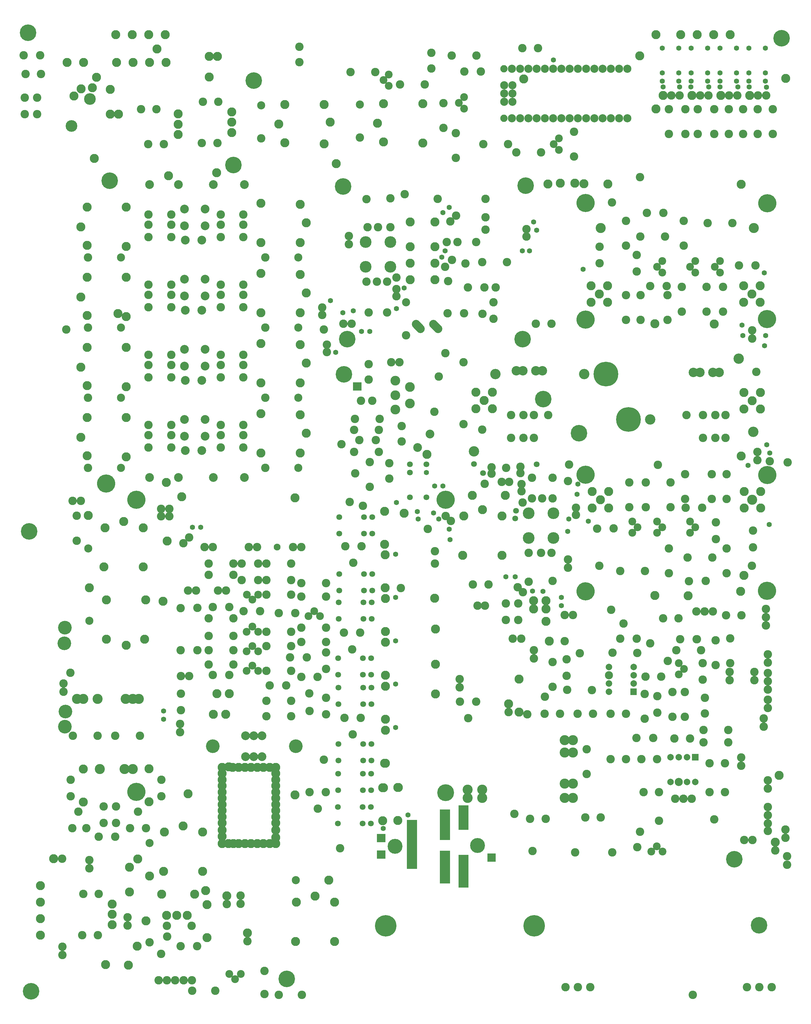
<source format=gbr>
%FSLAX34Y34*%
%MOMM*%
%LNSOLDERMASK_TOP*%
G71*
G01*
%ADD10C,2.600*%
%ADD11C,2.400*%
%ADD12C,2.800*%
%ADD13C,2.600*%
%ADD14C,5.100*%
%ADD15C,1.600*%
%ADD16C,3.100*%
%ADD17C,7.600*%
%ADD18C,3.200*%
%ADD19C,2.900*%
%ADD20C,2.600*%
%ADD21C,2.600*%
%ADD22C,2.400*%
%ADD23C,2.500*%
%ADD24C,2.600*%
%ADD25C,3.600*%
%ADD26C,2.800*%
%ADD27C,3.000*%
%ADD28C,1.800*%
%ADD29C,1.600*%
%ADD30C,2.000*%
%ADD31C,2.500*%
%ADD32C,2.700*%
%ADD33C,2.700*%
%ADD34C,2.800*%
%ADD35C,4.200*%
%ADD36C,2.700*%
%ADD37C,2.800*%
%ADD38C,2.100*%
%ADD39C,1.600*%
%ADD40C,6.600*%
%ADD41C,4.200*%
%ADD42C,4.600*%
%ADD43C,5.600*%
%ADD44C,2.500*%
%ADD45C,2.250*%
%ADD46C,5.200*%
%LPD*%
X499372Y612809D02*
G54D10*
D03*
X499422Y689059D02*
G54D10*
D03*
X418378Y609409D02*
G54D10*
D03*
X418491Y558428D02*
G54D10*
D03*
X532678Y584009D02*
G54D10*
D03*
X532790Y533028D02*
G54D10*
D03*
X499388Y384209D02*
G54D10*
D03*
X499438Y460459D02*
G54D10*
D03*
X620109Y640823D02*
G54D10*
D03*
X543859Y640873D02*
G54D10*
D03*
X545068Y460459D02*
G54D10*
D03*
X545018Y384209D02*
G54D10*
D03*
X677171Y612808D02*
G54D10*
D03*
X677221Y689058D02*
G54D10*
D03*
X574503Y488293D02*
G54D10*
D03*
X672068Y485859D02*
G54D10*
D03*
X672018Y409609D02*
G54D10*
D03*
X748268Y485859D02*
G54D10*
D03*
X748218Y409609D02*
G54D10*
D03*
X799068Y485859D02*
G54D10*
D03*
X799018Y409609D02*
G54D10*
D03*
X898539Y551904D02*
G54D10*
D03*
X847558Y551791D02*
G54D10*
D03*
X827084Y682627D02*
G54D10*
D03*
X750834Y682677D02*
G54D10*
D03*
X611743Y565234D02*
G54D11*
D03*
X595843Y547659D02*
G54D11*
D03*
X611777Y530043D02*
G54D11*
D03*
X713343Y565234D02*
G54D11*
D03*
X697443Y547659D02*
G54D11*
D03*
X713377Y530043D02*
G54D11*
D03*
X789542Y565234D02*
G54D11*
D03*
X773642Y547659D02*
G54D11*
D03*
X789578Y530043D02*
G54D11*
D03*
X392643Y489134D02*
G54D12*
D03*
X443443Y489134D02*
G54D12*
D03*
X418043Y463734D02*
G54D12*
D03*
X443443Y438334D02*
G54D12*
D03*
X392643Y438334D02*
G54D12*
D03*
X862542Y489134D02*
G54D12*
D03*
X913342Y489134D02*
G54D12*
D03*
X887942Y463734D02*
G54D12*
D03*
X913342Y438334D02*
G54D12*
D03*
X862542Y438334D02*
G54D12*
D03*
X564069Y713443D02*
G54D10*
D03*
X615049Y713556D02*
G54D10*
D03*
X499388Y384209D02*
G54D13*
D03*
X374966Y743828D02*
G54D14*
D03*
X625303Y488293D02*
G54D10*
D03*
X627618Y460459D02*
G54D10*
D03*
X627568Y384209D02*
G54D10*
D03*
X456618Y745609D02*
G54D10*
D03*
X367843Y539834D02*
G54D15*
D03*
X545018Y384209D02*
G54D13*
D03*
X627568Y384209D02*
G54D13*
D03*
X672018Y409609D02*
G54D13*
D03*
X748218Y409609D02*
G54D13*
D03*
X934799Y743034D02*
G54D14*
D03*
X374966Y385052D02*
G54D14*
D03*
X934164Y386640D02*
G54D14*
D03*
X424993Y666834D02*
G54D15*
D03*
X421817Y666834D02*
G54D16*
D03*
X893542Y666834D02*
G54D16*
D03*
X507593Y77593D02*
G54D17*
D03*
X437743Y217294D02*
G54D17*
D03*
X371068Y217293D02*
G54D18*
D03*
X574268Y77593D02*
G54D18*
D03*
X162193Y227393D02*
G54D19*
D03*
X242193Y227393D02*
G54D20*
D03*
X707193Y222393D02*
G54D20*
D03*
X787193Y222393D02*
G54D20*
D03*
X242193Y227393D02*
G54D19*
D03*
X707193Y222393D02*
G54D19*
D03*
X787193Y222393D02*
G54D12*
D03*
X182193Y227393D02*
G54D19*
D03*
X222193Y227393D02*
G54D19*
D03*
X727193Y222394D02*
G54D19*
D03*
X767193Y222393D02*
G54D19*
D03*
X37768Y111063D02*
G54D12*
D03*
X37768Y161863D02*
G54D12*
D03*
X63168Y136463D02*
G54D12*
D03*
X88568Y161864D02*
G54D12*
D03*
X88568Y111063D02*
G54D12*
D03*
X37768Y109793D02*
G54D21*
D03*
X88568Y109793D02*
G54D13*
D03*
X863268Y109793D02*
G54D12*
D03*
X863268Y160593D02*
G54D12*
D03*
X888668Y135193D02*
G54D12*
D03*
X914068Y160593D02*
G54D12*
D03*
X914068Y109793D02*
G54D12*
D03*
X863268Y109793D02*
G54D21*
D03*
X914068Y109793D02*
G54D13*
D03*
X736726Y21156D02*
G54D10*
D03*
X736726Y91006D02*
G54D10*
D03*
X806576Y21156D02*
G54D10*
D03*
X806576Y91006D02*
G54D10*
D03*
X774826Y91006D02*
G54D10*
D03*
X774826Y21156D02*
G54D10*
D03*
X806576Y21156D02*
G54D13*
D03*
X806576Y91006D02*
G54D13*
D03*
X146175Y21156D02*
G54D10*
D03*
X146175Y91006D02*
G54D10*
D03*
X216025Y21156D02*
G54D10*
D03*
X216026Y91006D02*
G54D10*
D03*
X184275Y91006D02*
G54D10*
D03*
X184275Y21156D02*
G54D10*
D03*
X216026Y21156D02*
G54D13*
D03*
X216026Y91006D02*
G54D13*
D03*
X787193Y222393D02*
G54D19*
D03*
X260476Y91006D02*
G54D21*
D03*
X685926Y91006D02*
G54D21*
D03*
X901468Y224118D02*
G54D21*
D03*
X56918Y46318D02*
G54D21*
D03*
X37768Y160593D02*
G54D13*
D03*
X88568Y160594D02*
G54D13*
D03*
X863268Y160593D02*
G54D13*
D03*
X914068Y160593D02*
G54D13*
D03*
X914068Y109793D02*
G54D13*
D03*
X374966Y-92785D02*
G54D14*
D03*
X934799Y-93578D02*
G54D14*
D03*
X374966Y-451560D02*
G54D14*
D03*
X934164Y-449972D02*
G54D14*
D03*
X888542Y-169778D02*
G54D16*
D03*
X-302057Y547294D02*
G54D22*
D03*
X-225858Y547294D02*
G54D22*
D03*
X-225857Y623494D02*
G54D22*
D03*
X-302057Y623494D02*
G54D22*
D03*
X-225945Y758517D02*
G54D10*
D03*
X-225945Y669617D02*
G54D10*
D03*
X-264045Y669617D02*
G54D10*
D03*
X-295795Y669617D02*
G54D10*
D03*
X-235588Y406727D02*
G54D10*
D03*
X-299088Y501977D02*
G54D10*
D03*
X-267338Y501977D02*
G54D10*
D03*
X-235588Y501977D02*
G54D10*
D03*
X-207106Y514266D02*
G54D10*
D03*
X-299088Y755977D02*
G54D10*
D03*
X-181495Y771217D02*
G54D10*
D03*
X-19067Y623528D02*
G54D10*
D03*
X38083Y623528D02*
G54D10*
D03*
X66783Y699728D02*
G54D10*
D03*
X66783Y756878D02*
G54D10*
D03*
X5733Y557904D02*
G54D10*
D03*
X-48219Y504022D02*
G54D10*
D03*
X5733Y557904D02*
G54D13*
D03*
X133508Y561956D02*
G54D10*
D03*
X57259Y562006D02*
G54D10*
D03*
X133508Y561956D02*
G54D13*
D03*
X12683Y483828D02*
G54D10*
D03*
X63483Y483828D02*
G54D10*
D03*
X63483Y483828D02*
G54D10*
D03*
X92090Y387722D02*
G54D10*
D03*
X91978Y438702D02*
G54D10*
D03*
X92090Y387722D02*
G54D10*
D03*
X66783Y661628D02*
G54D10*
D03*
X98533Y483828D02*
G54D10*
D03*
X-52087Y623528D02*
G54D10*
D03*
X-41167Y687028D02*
G54D10*
D03*
X-164863Y685532D02*
G54D12*
D03*
X-88663Y685532D02*
G54D12*
D03*
X-164863Y609332D02*
G54D12*
D03*
X-164863Y558532D02*
G54D12*
D03*
X-164863Y507732D02*
G54D12*
D03*
X-88663Y609332D02*
G54D12*
D03*
X-88663Y558532D02*
G54D12*
D03*
X-88663Y507732D02*
G54D12*
D03*
X-177364Y337170D02*
G54D23*
D03*
X-177364Y438770D02*
G54D23*
D03*
X-177364Y337170D02*
G54D13*
D03*
X-88663Y685532D02*
G54D10*
D03*
X57588Y402729D02*
G54D10*
D03*
X1368Y404974D02*
G54D10*
D03*
X1368Y404974D02*
G54D10*
D03*
X-49432Y404974D02*
G54D10*
D03*
G54D24*
X-79248Y357252D02*
X-93390Y371394D01*
G54D24*
X-133223Y357252D02*
X-147365Y371394D01*
X-353457Y642228D02*
G54D21*
D03*
X-353457Y616828D02*
G54D21*
D03*
X-80407Y756528D02*
G54D21*
D03*
X-302058Y623494D02*
G54D25*
D03*
X-302057Y547294D02*
G54D25*
D03*
X-225858Y547294D02*
G54D25*
D03*
X-225857Y623494D02*
G54D25*
D03*
X276421Y-210908D02*
G54D22*
D03*
X200222Y-210908D02*
G54D22*
D03*
X200221Y-287108D02*
G54D22*
D03*
X276422Y-287108D02*
G54D22*
D03*
X200309Y-422131D02*
G54D10*
D03*
X200309Y-333231D02*
G54D10*
D03*
X238409Y-333231D02*
G54D10*
D03*
X270159Y-333231D02*
G54D10*
D03*
X273453Y-102091D02*
G54D10*
D03*
X209953Y-102091D02*
G54D10*
D03*
X273452Y-165591D02*
G54D10*
D03*
X241703Y-165591D02*
G54D10*
D03*
X209953Y-165591D02*
G54D10*
D03*
X181470Y-177880D02*
G54D10*
D03*
X273452Y-419591D02*
G54D10*
D03*
X321472Y-378867D02*
G54D21*
D03*
X321472Y-353467D02*
G54D21*
D03*
X321472Y-112167D02*
G54D21*
D03*
X276422Y-287108D02*
G54D25*
D03*
X276421Y-210908D02*
G54D25*
D03*
X200222Y-210908D02*
G54D25*
D03*
X200221Y-287108D02*
G54D25*
D03*
X-2787Y-340489D02*
G54D12*
D03*
X387Y-219839D02*
G54D12*
D03*
X117863Y-340489D02*
G54D12*
D03*
X117863Y-219839D02*
G54D12*
D03*
X57538Y-200376D02*
G54D12*
D03*
X387Y-219839D02*
G54D26*
D03*
X26234Y-156258D02*
G54D12*
D03*
X127834Y-156258D02*
G54D12*
D03*
X215134Y-480398D02*
G54D12*
D03*
X215134Y-505798D02*
G54D12*
D03*
X253234Y-505798D02*
G54D12*
D03*
X253234Y-543898D02*
G54D12*
D03*
X167729Y-488404D02*
G54D10*
D03*
X167842Y-539384D02*
G54D10*
D03*
X167729Y-488404D02*
G54D10*
D03*
X167841Y-539385D02*
G54D10*
D03*
X129629Y-488404D02*
G54D10*
D03*
X129741Y-539384D02*
G54D10*
D03*
X129629Y-488404D02*
G54D10*
D03*
X129741Y-539385D02*
G54D10*
D03*
X253234Y-480398D02*
G54D12*
D03*
X64201Y-120448D02*
G54D10*
D03*
X26234Y-156258D02*
G54D12*
D03*
X-165808Y178041D02*
G54D27*
D03*
X-165808Y127241D02*
G54D27*
D03*
X-210258Y152642D02*
G54D27*
D03*
X-210258Y108191D02*
G54D27*
D03*
X-210258Y197091D02*
G54D27*
D03*
X-197558Y254241D02*
G54D10*
D03*
X-222958Y254241D02*
G54D10*
D03*
X-258643Y79616D02*
G54D10*
D03*
X-334893Y79666D02*
G54D10*
D03*
X-337585Y45356D02*
G54D10*
D03*
X-261335Y45306D02*
G54D10*
D03*
X-321651Y13880D02*
G54D10*
D03*
X-270671Y13992D02*
G54D10*
D03*
X-292808Y247979D02*
G54D10*
D03*
X-292808Y200179D02*
G54D10*
D03*
X-289198Y-53646D02*
G54D10*
D03*
X-289248Y-129896D02*
G54D10*
D03*
X-229308Y-104708D02*
G54D10*
D03*
X-229308Y-56909D02*
G54D10*
D03*
X-316752Y135135D02*
G54D10*
D03*
X-281652Y135136D02*
G54D10*
D03*
X-191208Y9591D02*
G54D10*
D03*
X-191208Y57392D02*
G54D10*
D03*
X-337530Y-22291D02*
G54D10*
D03*
X-261280Y-22341D02*
G54D10*
D03*
X-90333Y101286D02*
G54D10*
D03*
X-337585Y45356D02*
G54D10*
D03*
X-337530Y-22290D02*
G54D10*
D03*
X-229308Y-104708D02*
G54D10*
D03*
X-289248Y-129896D02*
G54D10*
D03*
G36*
X-314858Y192311D02*
X-314858Y166311D01*
X-340858Y166311D01*
X-340858Y192311D01*
X-314858Y192311D01*
G37*
X-115008Y-60170D02*
G54D28*
D03*
X-115008Y-85570D02*
G54D29*
D03*
X-165808Y-60171D02*
G54D29*
D03*
X-165808Y-85571D02*
G54D28*
D03*
X-115008Y-161771D02*
G54D29*
D03*
X-165808Y-161771D02*
G54D29*
D03*
X-112976Y-29405D02*
G54D12*
D03*
X-110812Y-259379D02*
G54D21*
D03*
X-165808Y-60171D02*
G54D28*
D03*
X-115008Y-161771D02*
G54D28*
D03*
X-165808Y-161771D02*
G54D28*
D03*
G36*
X513105Y-770509D02*
X513105Y-750509D01*
X533105Y-750509D01*
X533105Y-770509D01*
X513105Y-770509D01*
G37*
X523105Y-735109D02*
G54D30*
D03*
X523105Y-709709D02*
G54D30*
D03*
X523105Y-684309D02*
G54D30*
D03*
X446906Y-684309D02*
G54D30*
D03*
X446906Y-709709D02*
G54D30*
D03*
X446906Y-735109D02*
G54D30*
D03*
X446906Y-760509D02*
G54D30*
D03*
X446906Y-709709D02*
G54D31*
D03*
X818856Y-725148D02*
G54D10*
D03*
X818856Y-699648D02*
G54D10*
D03*
X248866Y-828484D02*
G54D10*
D03*
X273761Y-744899D02*
G54D10*
D03*
X273811Y-668649D02*
G54D10*
D03*
X138569Y-823491D02*
G54D10*
D03*
X138569Y-797991D02*
G54D10*
D03*
X680826Y-761207D02*
G54D10*
D03*
X680776Y-837458D02*
G54D10*
D03*
X680826Y-761207D02*
G54D10*
D03*
X742710Y-779140D02*
G54D10*
D03*
X742710Y-826940D02*
G54D10*
D03*
X642725Y-761207D02*
G54D10*
D03*
X642676Y-837458D02*
G54D10*
D03*
X642726Y-761207D02*
G54D10*
D03*
X662381Y-707434D02*
G54D11*
D03*
X678281Y-689859D02*
G54D11*
D03*
X662346Y-672243D02*
G54D11*
D03*
X735754Y-672640D02*
G54D10*
D03*
X735866Y-723621D02*
G54D10*
D03*
X735754Y-672641D02*
G54D10*
D03*
X730824Y-632513D02*
G54D10*
D03*
X654574Y-632463D02*
G54D10*
D03*
X730824Y-632513D02*
G54D10*
D03*
X717791Y-598541D02*
G54D10*
D03*
X666811Y-598653D02*
G54D10*
D03*
X717790Y-598540D02*
G54D10*
D03*
X596054Y-774240D02*
G54D10*
D03*
X596166Y-825221D02*
G54D10*
D03*
X596054Y-774241D02*
G54D10*
D03*
X742710Y-779140D02*
G54D10*
D03*
X730824Y-632513D02*
G54D10*
D03*
X717791Y-598541D02*
G54D10*
D03*
X776076Y-602457D02*
G54D10*
D03*
X776026Y-678708D02*
G54D10*
D03*
X776076Y-602457D02*
G54D10*
D03*
X776076Y-602457D02*
G54D10*
D03*
X596054Y-774240D02*
G54D10*
D03*
X560016Y-714184D02*
G54D10*
D03*
X607816Y-714184D02*
G54D10*
D03*
X574260Y-611785D02*
G54D10*
D03*
X628142Y-665738D02*
G54D10*
D03*
X574261Y-611784D02*
G54D10*
D03*
X574261Y-611785D02*
G54D10*
D03*
X534199Y-640684D02*
G54D10*
D03*
X457949Y-640634D02*
G54D10*
D03*
X481702Y-596758D02*
G54D10*
D03*
X532682Y-596646D02*
G54D10*
D03*
X481702Y-596758D02*
G54D10*
D03*
X534199Y-640684D02*
G54D10*
D03*
X532683Y-596646D02*
G54D10*
D03*
X350466Y-828484D02*
G54D10*
D03*
X398266Y-828484D02*
G54D10*
D03*
X248866Y-828484D02*
G54D10*
D03*
X296666Y-828484D02*
G54D10*
D03*
X452066Y-828484D02*
G54D10*
D03*
X499866Y-828484D02*
G54D10*
D03*
X452066Y-828484D02*
G54D10*
D03*
X557001Y-767557D02*
G54D10*
D03*
X556951Y-843808D02*
G54D10*
D03*
X557001Y-767557D02*
G54D10*
D03*
X394499Y-754984D02*
G54D10*
D03*
X318249Y-754934D02*
G54D10*
D03*
X394499Y-754984D02*
G54D10*
D03*
X316920Y-711110D02*
G54D10*
D03*
X316808Y-660130D02*
G54D10*
D03*
X316920Y-711110D02*
G54D10*
D03*
X316808Y-660129D02*
G54D10*
D03*
X357181Y-642234D02*
G54D10*
D03*
X263165Y-604816D02*
G54D10*
D03*
X310965Y-604816D02*
G54D10*
D03*
X273761Y-744899D02*
G54D10*
D03*
X249643Y-775696D02*
G54D10*
D03*
X195691Y-829578D02*
G54D10*
D03*
X249643Y-775697D02*
G54D10*
D03*
X820467Y-596203D02*
G54D10*
D03*
X263165Y-604816D02*
G54D12*
D03*
X170291Y-721628D02*
G54D12*
D03*
X170290Y-823228D02*
G54D12*
D03*
X170291Y-721628D02*
G54D12*
D03*
X138569Y-797991D02*
G54D12*
D03*
X820467Y-596203D02*
G54D10*
D03*
X820417Y-672453D02*
G54D10*
D03*
X820468Y-596203D02*
G54D10*
D03*
X820467Y-596203D02*
G54D10*
D03*
X776076Y-602457D02*
G54D10*
D03*
X717791Y-598541D02*
G54D10*
D03*
X730824Y-632513D02*
G54D10*
D03*
X574260Y-611785D02*
G54D10*
D03*
X534199Y-640684D02*
G54D10*
D03*
X532683Y-596646D02*
G54D10*
D03*
X742710Y-779140D02*
G54D10*
D03*
X357181Y-642234D02*
G54D10*
D03*
X452066Y-828484D02*
G54D10*
D03*
X248866Y-828484D02*
G54D10*
D03*
X249643Y-775697D02*
G54D10*
D03*
X273761Y-744899D02*
G54D10*
D03*
X170291Y-721628D02*
G54D10*
D03*
X895106Y-725198D02*
G54D10*
D03*
X818856Y-725148D02*
G54D10*
D03*
X895105Y-699698D02*
G54D10*
D03*
X818856Y-699648D02*
G54D10*
D03*
X-900799Y-8858D02*
G54D10*
D03*
X-970649Y-8858D02*
G54D10*
D03*
X-900799Y60992D02*
G54D10*
D03*
X-970649Y60992D02*
G54D10*
D03*
X-970649Y29242D02*
G54D10*
D03*
X-900799Y29242D02*
G54D10*
D03*
X-857390Y-17629D02*
G54D32*
D03*
X-806410Y-17517D02*
G54D32*
D03*
X-678549Y-8858D02*
G54D10*
D03*
X-748399Y-8858D02*
G54D10*
D03*
X-678549Y60992D02*
G54D10*
D03*
X-748399Y60992D02*
G54D10*
D03*
X-748399Y29242D02*
G54D10*
D03*
X-678549Y29242D02*
G54D10*
D03*
X-796326Y26469D02*
G54D10*
D03*
X-796439Y77449D02*
G54D10*
D03*
X-859826Y26469D02*
G54D10*
D03*
X-859939Y77449D02*
G54D10*
D03*
X-678550Y60992D02*
G54D13*
D03*
X-748399Y60992D02*
G54D13*
D03*
X-796438Y77450D02*
G54D33*
D03*
X-859939Y77450D02*
G54D13*
D03*
X-900799Y60992D02*
G54D13*
D03*
X-970649Y60992D02*
G54D13*
D03*
X-859826Y26469D02*
G54D32*
D03*
X-859939Y77449D02*
G54D32*
D03*
X-796439Y77449D02*
G54D32*
D03*
X-796326Y26469D02*
G54D32*
D03*
X-624336Y95434D02*
G54D12*
D03*
X-503686Y92260D02*
G54D12*
D03*
X-624336Y-25216D02*
G54D12*
D03*
X-503686Y-25216D02*
G54D12*
D03*
X-484874Y35109D02*
G54D12*
D03*
X-610829Y-71496D02*
G54D23*
D03*
X-509229Y-71495D02*
G54D23*
D03*
X-503686Y92260D02*
G54D12*
D03*
X-1039330Y-37304D02*
G54D12*
D03*
X-1159980Y-34130D02*
G54D12*
D03*
X-1039330Y83346D02*
G54D12*
D03*
X-1159980Y83346D02*
G54D12*
D03*
X-1178793Y23021D02*
G54D12*
D03*
X-1159980Y-34130D02*
G54D12*
D03*
X-1159980Y83346D02*
G54D12*
D03*
X-1156929Y-71496D02*
G54D23*
D03*
X-1055329Y-71495D02*
G54D23*
D03*
X-610829Y-71496D02*
G54D10*
D03*
X-1156929Y-71496D02*
G54D10*
D03*
X-900799Y207042D02*
G54D10*
D03*
X-970649Y207042D02*
G54D10*
D03*
X-900799Y276892D02*
G54D10*
D03*
X-970649Y276892D02*
G54D10*
D03*
X-970649Y245142D02*
G54D10*
D03*
X-900799Y245142D02*
G54D10*
D03*
X-857390Y198271D02*
G54D32*
D03*
X-806410Y198383D02*
G54D32*
D03*
X-678549Y207042D02*
G54D10*
D03*
X-748399Y207042D02*
G54D10*
D03*
X-678549Y276892D02*
G54D10*
D03*
X-748399Y276892D02*
G54D10*
D03*
X-748399Y245142D02*
G54D10*
D03*
X-678549Y245142D02*
G54D10*
D03*
X-796326Y242369D02*
G54D10*
D03*
X-796439Y293350D02*
G54D10*
D03*
X-859826Y242369D02*
G54D10*
D03*
X-859939Y293349D02*
G54D10*
D03*
X-678550Y276892D02*
G54D13*
D03*
X-748399Y276892D02*
G54D13*
D03*
X-796438Y293350D02*
G54D33*
D03*
X-859939Y293350D02*
G54D13*
D03*
X-900799Y276892D02*
G54D13*
D03*
X-970649Y276892D02*
G54D13*
D03*
X-859826Y242369D02*
G54D32*
D03*
X-859939Y293349D02*
G54D32*
D03*
X-796439Y293350D02*
G54D32*
D03*
X-796326Y242369D02*
G54D32*
D03*
X-624336Y311334D02*
G54D12*
D03*
X-503686Y308160D02*
G54D12*
D03*
X-624336Y190684D02*
G54D12*
D03*
X-503686Y190684D02*
G54D12*
D03*
X-484874Y251009D02*
G54D12*
D03*
X-610829Y144404D02*
G54D23*
D03*
X-509229Y144405D02*
G54D23*
D03*
X-503686Y308160D02*
G54D12*
D03*
X-1039330Y178596D02*
G54D12*
D03*
X-1159980Y181770D02*
G54D12*
D03*
X-1039330Y299246D02*
G54D12*
D03*
X-1159980Y299246D02*
G54D12*
D03*
X-1178793Y238921D02*
G54D12*
D03*
X-1159980Y181769D02*
G54D12*
D03*
X-1159980Y299246D02*
G54D12*
D03*
X-1156929Y144404D02*
G54D23*
D03*
X-1055329Y144405D02*
G54D23*
D03*
X-610829Y144404D02*
G54D10*
D03*
X-1156929Y144404D02*
G54D10*
D03*
X-900799Y422942D02*
G54D10*
D03*
X-970649Y422942D02*
G54D10*
D03*
X-900799Y492792D02*
G54D10*
D03*
X-970649Y492792D02*
G54D10*
D03*
X-970649Y461042D02*
G54D10*
D03*
X-900799Y461042D02*
G54D10*
D03*
X-857390Y414171D02*
G54D32*
D03*
X-806410Y414283D02*
G54D32*
D03*
X-678549Y422942D02*
G54D10*
D03*
X-748399Y422942D02*
G54D10*
D03*
X-678549Y492792D02*
G54D10*
D03*
X-748399Y492792D02*
G54D10*
D03*
X-748399Y461042D02*
G54D10*
D03*
X-678549Y461042D02*
G54D10*
D03*
X-796326Y458269D02*
G54D10*
D03*
X-796439Y509250D02*
G54D10*
D03*
X-859826Y458269D02*
G54D10*
D03*
X-859939Y509250D02*
G54D10*
D03*
X-678550Y492792D02*
G54D13*
D03*
X-748399Y492792D02*
G54D13*
D03*
X-796438Y509250D02*
G54D33*
D03*
X-859939Y509250D02*
G54D13*
D03*
X-900799Y492792D02*
G54D13*
D03*
X-970649Y492792D02*
G54D13*
D03*
X-859826Y458269D02*
G54D32*
D03*
X-859939Y509250D02*
G54D32*
D03*
X-796439Y509250D02*
G54D32*
D03*
X-796326Y458269D02*
G54D32*
D03*
X-624336Y527234D02*
G54D12*
D03*
X-503686Y524060D02*
G54D12*
D03*
X-624336Y406584D02*
G54D12*
D03*
X-503686Y406584D02*
G54D12*
D03*
X-484874Y466909D02*
G54D12*
D03*
X-610829Y360304D02*
G54D23*
D03*
X-509229Y360304D02*
G54D23*
D03*
X-503686Y524060D02*
G54D12*
D03*
X-1039330Y394496D02*
G54D12*
D03*
X-1159980Y397670D02*
G54D12*
D03*
X-1039330Y515146D02*
G54D12*
D03*
X-1159980Y515146D02*
G54D12*
D03*
X-1178793Y454821D02*
G54D12*
D03*
X-1159980Y397670D02*
G54D12*
D03*
X-1159980Y515146D02*
G54D12*
D03*
X-1156929Y360304D02*
G54D23*
D03*
X-1055329Y360304D02*
G54D23*
D03*
X-610829Y360304D02*
G54D10*
D03*
X-1156929Y360304D02*
G54D10*
D03*
X-900799Y638842D02*
G54D10*
D03*
X-970649Y638842D02*
G54D10*
D03*
X-900799Y708692D02*
G54D10*
D03*
X-970649Y708692D02*
G54D10*
D03*
X-970649Y676942D02*
G54D10*
D03*
X-900799Y676942D02*
G54D10*
D03*
X-857390Y630071D02*
G54D32*
D03*
X-806410Y630183D02*
G54D32*
D03*
X-678549Y638842D02*
G54D10*
D03*
X-748399Y638842D02*
G54D10*
D03*
X-678549Y708692D02*
G54D10*
D03*
X-748399Y708692D02*
G54D10*
D03*
X-748399Y676942D02*
G54D10*
D03*
X-678549Y676942D02*
G54D10*
D03*
X-796326Y674169D02*
G54D10*
D03*
X-796439Y725150D02*
G54D10*
D03*
X-859826Y674169D02*
G54D10*
D03*
X-859939Y725149D02*
G54D10*
D03*
X-678550Y708692D02*
G54D13*
D03*
X-748399Y708692D02*
G54D13*
D03*
X-796438Y725150D02*
G54D33*
D03*
X-859939Y725150D02*
G54D13*
D03*
X-900799Y708692D02*
G54D13*
D03*
X-970649Y708692D02*
G54D13*
D03*
X-859826Y674169D02*
G54D32*
D03*
X-859939Y725149D02*
G54D32*
D03*
X-796439Y725149D02*
G54D32*
D03*
X-796326Y674169D02*
G54D32*
D03*
X-624336Y743134D02*
G54D12*
D03*
X-503686Y739960D02*
G54D12*
D03*
X-624336Y622484D02*
G54D12*
D03*
X-503686Y622484D02*
G54D12*
D03*
X-484874Y682809D02*
G54D12*
D03*
X-610829Y576204D02*
G54D23*
D03*
X-509229Y576204D02*
G54D23*
D03*
X-503686Y739960D02*
G54D12*
D03*
X-1039330Y610396D02*
G54D12*
D03*
X-1159980Y613570D02*
G54D12*
D03*
X-1039330Y731046D02*
G54D12*
D03*
X-1159980Y731046D02*
G54D12*
D03*
X-1178793Y670721D02*
G54D12*
D03*
X-1159980Y613570D02*
G54D12*
D03*
X-1159980Y731046D02*
G54D12*
D03*
X-1156929Y576204D02*
G54D23*
D03*
X-1055329Y576204D02*
G54D23*
D03*
X-610829Y576204D02*
G54D10*
D03*
X-1156929Y576204D02*
G54D10*
D03*
X-675675Y-100531D02*
G54D32*
D03*
X-675675Y-100531D02*
G54D32*
D03*
X-770925Y-100531D02*
G54D32*
D03*
X-770925Y-100531D02*
G54D32*
D03*
X-878875Y-100531D02*
G54D32*
D03*
X-878875Y-100531D02*
G54D32*
D03*
X-967775Y-100531D02*
G54D32*
D03*
X-967775Y-100531D02*
G54D32*
D03*
X-675675Y801169D02*
G54D32*
D03*
X-675675Y801169D02*
G54D32*
D03*
X-770925Y801169D02*
G54D32*
D03*
X-770925Y801169D02*
G54D32*
D03*
X-878875Y801169D02*
G54D32*
D03*
X-878875Y801169D02*
G54D32*
D03*
X-967775Y801169D02*
G54D32*
D03*
X-967775Y801169D02*
G54D32*
D03*
X-1224411Y354639D02*
G54D21*
D03*
X-430661Y354639D02*
G54D21*
D03*
X181292Y324728D02*
G54D14*
D03*
X190816Y797802D02*
G54D14*
D03*
X190816Y797803D02*
G54D14*
D03*
X-358458Y324728D02*
G54D14*
D03*
X-371158Y794628D02*
G54D14*
D03*
X-979512Y-478047D02*
G54D12*
D03*
X-982686Y-598697D02*
G54D12*
D03*
X-1100162Y-478047D02*
G54D12*
D03*
X-1100162Y-598697D02*
G54D12*
D03*
X-1039836Y-617510D02*
G54D12*
D03*
X-1107711Y-376178D02*
G54D12*
D03*
X-1104537Y-255528D02*
G54D12*
D03*
X-987062Y-376178D02*
G54D12*
D03*
X-987062Y-255528D02*
G54D12*
D03*
X-1047386Y-236240D02*
G54D12*
D03*
X-1152791Y-440754D02*
G54D23*
D03*
X-1152791Y-542354D02*
G54D23*
D03*
X-1152791Y-440754D02*
G54D10*
D03*
X-1152791Y-440754D02*
G54D12*
D03*
X-1156589Y-217558D02*
G54D23*
D03*
X-1156588Y-319159D02*
G54D23*
D03*
X-1156589Y-217558D02*
G54D10*
D03*
X-1156589Y-217558D02*
G54D12*
D03*
X-982686Y-598697D02*
G54D12*
D03*
X-987062Y-255528D02*
G54D12*
D03*
X-1104538Y-255528D02*
G54D12*
D03*
X-987062Y-255528D02*
G54D12*
D03*
X-1008301Y-169778D02*
G54D14*
D03*
X-55801Y-169778D02*
G54D14*
D03*
X-1008301Y-1068303D02*
G54D14*
D03*
X-55801Y-1071478D02*
G54D14*
D03*
X28254Y-430098D02*
G54D10*
D03*
X76054Y-430098D02*
G54D10*
D03*
X28254Y-430097D02*
G54D10*
D03*
X924150Y-842538D02*
G54D21*
D03*
X936850Y-645688D02*
G54D21*
D03*
X936851Y-671088D02*
G54D21*
D03*
X936850Y-1033038D02*
G54D21*
D03*
X936851Y-1058438D02*
G54D21*
D03*
X936850Y-785388D02*
G54D21*
D03*
X936851Y-810788D02*
G54D21*
D03*
X-89768Y-472279D02*
G54D34*
D03*
X-86593Y-567529D02*
G54D34*
D03*
X-86593Y-675479D02*
G54D34*
D03*
X-86593Y-767554D02*
G54D34*
D03*
X-517162Y-928017D02*
G54D35*
D03*
X-772862Y-928117D02*
G54D35*
D03*
X-672138Y-896192D02*
G54D36*
D03*
X-646762Y-896317D02*
G54D36*
D03*
X-621319Y-896292D02*
G54D36*
D03*
X-424057Y-829933D02*
G54D10*
D03*
X-424232Y-778941D02*
G54D10*
D03*
X-721988Y-766067D02*
G54D37*
D03*
X-771388Y-830167D02*
G54D37*
D03*
X-733388Y-830167D02*
G54D37*
D03*
X-760088Y-766067D02*
G54D37*
D03*
X-871262Y-816917D02*
G54D10*
D03*
X-871387Y-766000D02*
G54D10*
D03*
X-607737Y-788342D02*
G54D10*
D03*
X-531488Y-788392D02*
G54D10*
D03*
X-873837Y-885042D02*
G54D10*
D03*
X-873838Y-859542D02*
G54D10*
D03*
X-607738Y-835967D02*
G54D10*
D03*
X-531488Y-836017D02*
G54D10*
D03*
X-633138Y-416867D02*
G54D10*
D03*
X-684054Y-416992D02*
G54D10*
D03*
X-668062Y-461317D02*
G54D11*
D03*
X-650488Y-477217D02*
G54D11*
D03*
X-632872Y-461282D02*
G54D11*
D03*
X-661712Y-315267D02*
G54D10*
D03*
X-636288Y-315217D02*
G54D10*
D03*
X-607738Y-461317D02*
G54D10*
D03*
X-531562Y-461317D02*
G54D10*
D03*
X-785538Y-400992D02*
G54D10*
D03*
X-709288Y-401042D02*
G54D10*
D03*
X-626788Y-512117D02*
G54D10*
D03*
X-677704Y-512242D02*
G54D10*
D03*
X-633138Y-575617D02*
G54D11*
D03*
X-650738Y-559717D02*
G54D11*
D03*
X-668328Y-575652D02*
G54D11*
D03*
X-632762Y-636017D02*
G54D11*
D03*
X-650738Y-620042D02*
G54D11*
D03*
X-668328Y-635977D02*
G54D11*
D03*
X-607738Y-575617D02*
G54D10*
D03*
X-531562Y-575617D02*
G54D10*
D03*
X-633138Y-696317D02*
G54D11*
D03*
X-650738Y-680367D02*
G54D11*
D03*
X-668328Y-696302D02*
G54D11*
D03*
X-785538Y-632767D02*
G54D10*
D03*
X-709288Y-632817D02*
G54D10*
D03*
X-785329Y-676946D02*
G54D10*
D03*
X-709079Y-676996D02*
G54D10*
D03*
X-607738Y-696267D02*
G54D10*
D03*
X-531463Y-696317D02*
G54D10*
D03*
X-546416Y-741057D02*
G54D10*
D03*
X-597333Y-741182D02*
G54D10*
D03*
X-607738Y-620067D02*
G54D10*
D03*
X-531488Y-620117D02*
G54D10*
D03*
X-450462Y-714917D02*
G54D21*
D03*
X-475446Y-765849D02*
G54D21*
D03*
X-500345Y-714802D02*
G54D21*
D03*
X-442638Y-527992D02*
G54D11*
D03*
X-460438Y-512192D02*
G54D11*
D03*
X-477828Y-528027D02*
G54D11*
D03*
X-798238Y-315267D02*
G54D10*
D03*
X-772663Y-315317D02*
G54D10*
D03*
X-499788Y-426392D02*
G54D10*
D03*
X-423538Y-426442D02*
G54D10*
D03*
X-499788Y-467667D02*
G54D10*
D03*
X-423538Y-467717D02*
G54D10*
D03*
X-518838Y-518467D02*
G54D10*
D03*
X-569754Y-518592D02*
G54D10*
D03*
X-499788Y-562917D02*
G54D10*
D03*
X-423538Y-562967D02*
G54D10*
D03*
X-423638Y-689942D02*
G54D10*
D03*
X-423750Y-638962D02*
G54D10*
D03*
X-423588Y-607367D02*
G54D10*
D03*
X-499862Y-607317D02*
G54D10*
D03*
X-848988Y-448592D02*
G54D10*
D03*
X-824125Y-448904D02*
G54D10*
D03*
X-820463Y-632767D02*
G54D10*
D03*
X-871438Y-632917D02*
G54D10*
D03*
X-785538Y-588317D02*
G54D10*
D03*
X-709288Y-588367D02*
G54D10*
D03*
X-722038Y-708967D02*
G54D10*
D03*
X-773012Y-709117D02*
G54D10*
D03*
X-845438Y-712117D02*
G54D10*
D03*
X-870738Y-711817D02*
G54D10*
D03*
X-820463Y-502592D02*
G54D10*
D03*
X-871438Y-502692D02*
G54D10*
D03*
X-499788Y-315267D02*
G54D10*
D03*
X-525262Y-315267D02*
G54D10*
D03*
X-785538Y-534342D02*
G54D10*
D03*
X-709288Y-534392D02*
G54D10*
D03*
X-722062Y-499392D02*
G54D10*
D03*
X-772962Y-499592D02*
G54D10*
D03*
X-756962Y-448617D02*
G54D10*
D03*
X-732062Y-448917D02*
G54D10*
D03*
X-607738Y-416867D02*
G54D10*
D03*
X-531562Y-416867D02*
G54D10*
D03*
X-607738Y-366067D02*
G54D10*
D03*
X-531562Y-366017D02*
G54D10*
D03*
X-785562Y-366017D02*
G54D10*
D03*
X-709362Y-366017D02*
G54D10*
D03*
X-633138Y-366067D02*
G54D10*
D03*
X-684054Y-366192D02*
G54D10*
D03*
X-574512Y-315267D02*
G54D38*
D03*
X-534438Y-654682D02*
G54D10*
D03*
X-483457Y-654570D02*
G54D10*
D03*
X-474338Y-820142D02*
G54D10*
D03*
X-621262Y-960617D02*
G54D36*
D03*
X-646562Y-960417D02*
G54D36*
D03*
X-672050Y-960486D02*
G54D36*
D03*
X-284012Y-971928D02*
G54D29*
D03*
X-309412Y-971928D02*
G54D29*
D03*
X-284012Y-921128D02*
G54D29*
D03*
X-309412Y-921128D02*
G54D29*
D03*
X-385612Y-971928D02*
G54D28*
D03*
X-385613Y-921128D02*
G54D29*
D03*
X-241404Y-980812D02*
G54D12*
D03*
X-241404Y-879212D02*
G54D12*
D03*
X-243388Y-980812D02*
G54D12*
D03*
X-284012Y-798494D02*
G54D29*
D03*
X-309412Y-798493D02*
G54D29*
D03*
X-284012Y-747694D02*
G54D29*
D03*
X-309412Y-747694D02*
G54D29*
D03*
X-385613Y-798494D02*
G54D29*
D03*
X-385613Y-747694D02*
G54D29*
D03*
X-317113Y-841123D02*
G54D21*
D03*
X-342096Y-892056D02*
G54D21*
D03*
X-366995Y-841009D02*
G54D21*
D03*
X-281631Y-449243D02*
G54D29*
D03*
X-307031Y-449244D02*
G54D29*
D03*
X-281631Y-398444D02*
G54D29*
D03*
X-307031Y-398444D02*
G54D29*
D03*
X-383231Y-449244D02*
G54D29*
D03*
X-383231Y-398444D02*
G54D29*
D03*
X-281631Y-273825D02*
G54D29*
D03*
X-307031Y-273825D02*
G54D29*
D03*
X-281631Y-223024D02*
G54D29*
D03*
X-307031Y-223025D02*
G54D29*
D03*
X-383231Y-273824D02*
G54D29*
D03*
X-383231Y-223025D02*
G54D29*
D03*
X-314731Y-312486D02*
G54D21*
D03*
X-339715Y-363418D02*
G54D21*
D03*
X-364614Y-312372D02*
G54D21*
D03*
X-318700Y-578789D02*
G54D21*
D03*
X-343684Y-629721D02*
G54D21*
D03*
X-368583Y-578674D02*
G54D21*
D03*
X-283219Y-535762D02*
G54D29*
D03*
X-308619Y-535762D02*
G54D29*
D03*
X-283219Y-484962D02*
G54D29*
D03*
X-308619Y-484962D02*
G54D29*
D03*
X-384819Y-535762D02*
G54D29*
D03*
X-384819Y-484962D02*
G54D29*
D03*
X-284806Y-708006D02*
G54D29*
D03*
X-310206Y-708006D02*
G54D29*
D03*
X-284806Y-657206D02*
G54D29*
D03*
X-310206Y-657206D02*
G54D29*
D03*
X-386406Y-708006D02*
G54D29*
D03*
X-386406Y-657206D02*
G54D29*
D03*
X-241404Y-845477D02*
G54D12*
D03*
X-241404Y-743877D02*
G54D12*
D03*
X-241404Y-845477D02*
G54D12*
D03*
X-241007Y-709349D02*
G54D12*
D03*
X-241007Y-607749D02*
G54D12*
D03*
X-241007Y-709349D02*
G54D12*
D03*
X-241007Y-574808D02*
G54D12*
D03*
X-241007Y-473208D02*
G54D12*
D03*
X-241007Y-574808D02*
G54D12*
D03*
X-242198Y-440268D02*
G54D12*
D03*
X-242198Y-338668D02*
G54D12*
D03*
X-242198Y-440268D02*
G54D12*
D03*
X-243785Y-306918D02*
G54D12*
D03*
X-243785Y-205318D02*
G54D12*
D03*
X-243785Y-306918D02*
G54D12*
D03*
X-193512Y-441474D02*
G54D21*
D03*
X-430843Y-969318D02*
G54D21*
D03*
X-385613Y-921128D02*
G54D28*
D03*
X-309412Y-971928D02*
G54D28*
D03*
X-284012Y-971928D02*
G54D28*
D03*
X-309412Y-921128D02*
G54D28*
D03*
X-284012Y-921128D02*
G54D28*
D03*
X-385613Y-798494D02*
G54D28*
D03*
X-385613Y-747694D02*
G54D28*
D03*
X-309412Y-798493D02*
G54D28*
D03*
X-284012Y-798494D02*
G54D28*
D03*
X-284012Y-747694D02*
G54D28*
D03*
X-309412Y-747694D02*
G54D28*
D03*
X-310206Y-708006D02*
G54D28*
D03*
X-284806Y-708006D02*
G54D28*
D03*
X-284806Y-657206D02*
G54D28*
D03*
X-310206Y-657206D02*
G54D28*
D03*
X-386406Y-708006D02*
G54D28*
D03*
X-386406Y-657206D02*
G54D28*
D03*
X-384819Y-535762D02*
G54D28*
D03*
X-308619Y-535762D02*
G54D28*
D03*
X-384819Y-484962D02*
G54D28*
D03*
X-308619Y-484962D02*
G54D28*
D03*
X-283219Y-484962D02*
G54D28*
D03*
X-283219Y-535762D02*
G54D28*
D03*
X-383231Y-449244D02*
G54D28*
D03*
X-383231Y-398444D02*
G54D28*
D03*
X-307031Y-449244D02*
G54D28*
D03*
X-281631Y-449243D02*
G54D28*
D03*
X-281631Y-398444D02*
G54D28*
D03*
X-307031Y-398444D02*
G54D28*
D03*
X-383231Y-273824D02*
G54D28*
D03*
X-383231Y-223025D02*
G54D28*
D03*
X-307031Y-273825D02*
G54D28*
D03*
X-281631Y-273825D02*
G54D28*
D03*
X-281631Y-223024D02*
G54D28*
D03*
X-307031Y-223025D02*
G54D28*
D03*
X-318700Y-578789D02*
G54D21*
D03*
X-314732Y-312486D02*
G54D21*
D03*
X-285997Y-1165601D02*
G54D29*
D03*
X-311397Y-1165601D02*
G54D29*
D03*
X-285997Y-1114801D02*
G54D29*
D03*
X-311397Y-1114801D02*
G54D29*
D03*
X-387597Y-1165601D02*
G54D28*
D03*
X-387597Y-1114801D02*
G54D29*
D03*
X-387597Y-1114801D02*
G54D28*
D03*
X-311397Y-1165601D02*
G54D28*
D03*
X-285997Y-1165601D02*
G54D28*
D03*
X-311397Y-1114801D02*
G54D28*
D03*
X-285997Y-1114801D02*
G54D28*
D03*
X-424666Y-1069723D02*
G54D21*
D03*
X-449649Y-1120656D02*
G54D21*
D03*
X-474548Y-1069609D02*
G54D21*
D03*
X-249249Y-1056112D02*
G54D12*
D03*
X-249250Y-1157711D02*
G54D12*
D03*
X-247265Y-1056111D02*
G54D12*
D03*
X-203211Y-1054921D02*
G54D12*
D03*
X-203211Y-1156521D02*
G54D12*
D03*
X-201227Y-1054921D02*
G54D12*
D03*
X-285204Y-1063207D02*
G54D29*
D03*
X-310604Y-1063207D02*
G54D29*
D03*
X-285204Y-1012407D02*
G54D29*
D03*
X-310604Y-1012407D02*
G54D29*
D03*
X-386804Y-1063208D02*
G54D28*
D03*
X-386804Y-1012407D02*
G54D29*
D03*
X-386804Y-1012407D02*
G54D28*
D03*
X-310604Y-1063207D02*
G54D28*
D03*
X-285204Y-1063207D02*
G54D28*
D03*
X-310604Y-1012407D02*
G54D28*
D03*
X-285204Y-1012407D02*
G54D28*
D03*
X-519703Y-163285D02*
G54D34*
D03*
X-519703Y-1077685D02*
G54D34*
D03*
X-712068Y-992979D02*
G54D12*
D03*
X-578718Y-1126329D02*
G54D12*
D03*
X-578718Y-1107279D02*
G54D12*
D03*
X-578718Y-1088229D02*
G54D12*
D03*
X-578718Y-1069179D02*
G54D12*
D03*
X-578718Y-1050129D02*
G54D12*
D03*
X-578718Y-1031079D02*
G54D12*
D03*
X-578718Y-1012029D02*
G54D12*
D03*
X-578718Y-992979D02*
G54D12*
D03*
X-578718Y-1145379D02*
G54D12*
D03*
X-578718Y-1164429D02*
G54D12*
D03*
X-578718Y-1164429D02*
G54D12*
D03*
X-673968Y-992979D02*
G54D12*
D03*
X-654918Y-992979D02*
G54D12*
D03*
X-635868Y-992979D02*
G54D12*
D03*
X-616818Y-992979D02*
G54D12*
D03*
X-597768Y-992979D02*
G54D12*
D03*
X-693018Y-992979D02*
G54D12*
D03*
X-712068Y-992979D02*
G54D12*
D03*
X-578718Y-992979D02*
G54D12*
D03*
X-913403Y-296635D02*
G54D12*
D03*
X-183787Y-211078D02*
G54D12*
D03*
X-292738Y406727D02*
G54D10*
D03*
X176903Y-596758D02*
G54D10*
D03*
X151328Y-596708D02*
G54D10*
D03*
X216009Y-632474D02*
G54D10*
D03*
X215959Y-658048D02*
G54D10*
D03*
X336612Y-524480D02*
G54D10*
D03*
X311038Y-524430D02*
G54D10*
D03*
X854550Y-988326D02*
G54D10*
D03*
X854550Y-962826D02*
G54D10*
D03*
G36*
X723203Y-971836D02*
X703203Y-971836D01*
X703203Y-951836D01*
X723203Y-951836D01*
X723203Y-971836D01*
G37*
X687802Y-961836D02*
G54D30*
D03*
X662403Y-961836D02*
G54D30*
D03*
X637003Y-961836D02*
G54D30*
D03*
X637003Y-1038036D02*
G54D30*
D03*
X662402Y-1038036D02*
G54D30*
D03*
X687802Y-1038036D02*
G54D30*
D03*
X713203Y-1038035D02*
G54D30*
D03*
X662402Y-1038036D02*
G54D31*
D03*
X601001Y-1157338D02*
G54D10*
D03*
X651360Y-1089959D02*
G54D10*
D03*
X676859Y-1089960D02*
G54D10*
D03*
X676858Y-1089959D02*
G54D10*
D03*
X702359Y-1089959D02*
G54D10*
D03*
X804844Y-1069163D02*
G54D10*
D03*
X757044Y-1069162D02*
G54D10*
D03*
X601644Y-1069162D02*
G54D10*
D03*
X553844Y-1069163D02*
G54D10*
D03*
X804844Y-980263D02*
G54D10*
D03*
X757044Y-980263D02*
G54D10*
D03*
X814369Y-916563D02*
G54D10*
D03*
X738119Y-916513D02*
G54D10*
D03*
X814369Y-878463D02*
G54D10*
D03*
X738118Y-878413D02*
G54D10*
D03*
X814369Y-878463D02*
G54D10*
D03*
X696894Y-904062D02*
G54D10*
D03*
X649094Y-904062D02*
G54D10*
D03*
X547406Y-967563D02*
G54D10*
D03*
X595206Y-967563D02*
G54D10*
D03*
X583309Y-902710D02*
G54D10*
D03*
X532328Y-902822D02*
G54D10*
D03*
X583309Y-902710D02*
G54D10*
D03*
X452156Y-967563D02*
G54D10*
D03*
X499956Y-967563D02*
G54D10*
D03*
X814369Y-878463D02*
G54D10*
D03*
X924150Y-867938D02*
G54D21*
D03*
X936850Y-702838D02*
G54D21*
D03*
X936850Y-728238D02*
G54D21*
D03*
X930500Y-505988D02*
G54D21*
D03*
X930501Y-531388D02*
G54D21*
D03*
X930500Y-556788D02*
G54D21*
D03*
X378356Y-1013672D02*
G54D10*
D03*
X378406Y-937422D02*
G54D10*
D03*
X336092Y-909553D02*
G54D16*
D03*
X336092Y-947653D02*
G54D16*
D03*
X336092Y-1042903D02*
G54D16*
D03*
X336092Y-1087353D02*
G54D16*
D03*
X12242Y-1087353D02*
G54D16*
D03*
X56692Y-1087353D02*
G54D16*
D03*
X310692Y-909553D02*
G54D16*
D03*
X310692Y-947653D02*
G54D16*
D03*
X310692Y-1042903D02*
G54D16*
D03*
X310692Y-1087353D02*
G54D16*
D03*
X12242Y-1061953D02*
G54D16*
D03*
X56692Y-1061953D02*
G54D16*
D03*
X374329Y-1147648D02*
G54D10*
D03*
X422129Y-1147648D02*
G54D10*
D03*
X374329Y-1147648D02*
G54D10*
D03*
X38488Y-791117D02*
G54D21*
D03*
X13504Y-842049D02*
G54D21*
D03*
X-11395Y-791002D02*
G54D21*
D03*
X-12594Y-746684D02*
G54D10*
D03*
X-12544Y-721108D02*
G54D10*
D03*
X936850Y-1140988D02*
G54D21*
D03*
X936851Y-1188613D02*
G54D21*
D03*
X936850Y-1115588D02*
G54D21*
D03*
X259345Y802143D02*
G54D12*
D03*
X854710Y801974D02*
G54D12*
D03*
X854710Y-34639D02*
G54D12*
D03*
X443495Y802143D02*
G54D12*
D03*
X341895Y805318D02*
G54D12*
D03*
X252394Y-1151712D02*
G54D10*
D03*
X204594Y-1151713D02*
G54D10*
D03*
X156259Y-1136314D02*
G54D10*
D03*
X297445Y805318D02*
G54D12*
D03*
X-410580Y443368D02*
G54D39*
D03*
X767495Y-513455D02*
G54D10*
D03*
X741996Y-513455D02*
G54D10*
D03*
X741996Y-513455D02*
G54D10*
D03*
X716496Y-513455D02*
G54D10*
D03*
X614011Y-534251D02*
G54D10*
D03*
X661810Y-534252D02*
G54D10*
D03*
X855572Y-524726D02*
G54D10*
D03*
X807773Y-524726D02*
G54D10*
D03*
X492350Y-550438D02*
G54D21*
D03*
X936850Y-1166388D02*
G54D21*
D03*
X-1191658Y-218991D02*
G54D10*
D03*
X-1191708Y-295241D02*
G54D10*
D03*
X-1191707Y-295241D02*
G54D13*
D03*
X-1204592Y-172562D02*
G54D10*
D03*
X-1179117Y-172562D02*
G54D10*
D03*
X-345008Y372754D02*
G54D10*
D03*
X-370408Y372754D02*
G54D10*
D03*
X-206895Y479117D02*
G54D10*
D03*
X-206895Y456892D02*
G54D10*
D03*
X-206895Y418792D02*
G54D15*
D03*
X-371995Y406092D02*
G54D15*
D03*
X193154Y641042D02*
G54D10*
D03*
X193154Y663267D02*
G54D10*
D03*
X215443Y685884D02*
G54D15*
D03*
X888480Y352117D02*
G54D10*
D03*
X888480Y326717D02*
G54D10*
D03*
X856792Y368384D02*
G54D15*
D03*
X904354Y-22533D02*
G54D10*
D03*
X904354Y-47933D02*
G54D10*
D03*
X932992Y84D02*
G54D15*
D03*
X345555Y-193983D02*
G54D10*
D03*
X345555Y-216208D02*
G54D10*
D03*
X348792Y-152316D02*
G54D15*
D03*
X323392Y-228516D02*
G54D15*
D03*
X-39846Y-234790D02*
G54D10*
D03*
X-55562Y-219074D02*
G54D10*
D03*
X-44908Y-260266D02*
G54D15*
D03*
X-76658Y-228516D02*
G54D15*
D03*
X181962Y-454253D02*
G54D10*
D03*
X166246Y-438538D02*
G54D10*
D03*
X158292Y-406316D02*
G54D15*
D03*
X212268Y-450766D02*
G54D15*
D03*
X-340245Y412442D02*
G54D15*
D03*
X224905Y660092D02*
G54D15*
D03*
X180455Y596592D02*
G54D15*
D03*
X202743Y596984D02*
G54D15*
D03*
X859905Y336242D02*
G54D15*
D03*
X929755Y336242D02*
G54D15*
D03*
X926642Y304884D02*
G54D15*
D03*
X942455Y-25708D02*
G54D15*
D03*
X875842Y-63416D02*
G54D15*
D03*
X-314845Y348942D02*
G54D15*
D03*
X-289445Y348942D02*
G54D15*
D03*
X351905Y-120958D02*
G54D15*
D03*
X320155Y-267008D02*
G54D15*
D03*
X129655Y-406708D02*
G54D15*
D03*
X243955Y-451158D02*
G54D15*
D03*
X-92595Y-209858D02*
G54D15*
D03*
X-41795Y-292408D02*
G54D15*
D03*
X-140158Y-228516D02*
G54D15*
D03*
X-143176Y-205695D02*
G54D15*
D03*
X301105Y-495608D02*
G54D15*
D03*
X301168Y-469816D02*
G54D15*
D03*
X-1041373Y-782874D02*
G54D16*
D03*
X-1127098Y-782874D02*
G54D16*
D03*
X-1044548Y-998774D02*
G54D16*
D03*
X-1120748Y-998774D02*
G54D16*
D03*
X-1019148Y-782874D02*
G54D16*
D03*
X-1171548Y-782874D02*
G54D16*
D03*
X-1019148Y-998774D02*
G54D16*
D03*
X-1073270Y-895577D02*
G54D10*
D03*
X-997020Y-895626D02*
G54D10*
D03*
X-1073270Y-895576D02*
G54D10*
D03*
X-1203445Y-895577D02*
G54D10*
D03*
X-1127195Y-895626D02*
G54D10*
D03*
X-1203445Y-895576D02*
G54D10*
D03*
X-969366Y-997940D02*
G54D12*
D03*
X-969366Y-1099540D02*
G54D12*
D03*
X-1171548Y-998774D02*
G54D12*
D03*
X-1171548Y-1100374D02*
G54D12*
D03*
X-931475Y-1030991D02*
G54D10*
D03*
X-931363Y-1081972D02*
G54D10*
D03*
X-931475Y-1030991D02*
G54D10*
D03*
X-1210876Y-1030991D02*
G54D10*
D03*
X-1210763Y-1081972D02*
G54D10*
D03*
X-1210875Y-1030992D02*
G54D10*
D03*
X-931475Y-1030991D02*
G54D10*
D03*
X-1187158Y-1129217D02*
G54D21*
D03*
X-1162259Y-1180264D02*
G54D21*
D03*
X-1027992Y-1180149D02*
G54D21*
D03*
X-1003008Y-1129217D02*
G54D21*
D03*
X-978109Y-1180264D02*
G54D21*
D03*
X-1071176Y-1113542D02*
G54D10*
D03*
X-1071063Y-1164522D02*
G54D10*
D03*
X-1071176Y-1113542D02*
G54D10*
D03*
X-1071176Y-1113542D02*
G54D10*
D03*
X-1109276Y-1113542D02*
G54D10*
D03*
X-1109163Y-1164522D02*
G54D10*
D03*
X-1109276Y-1113542D02*
G54D10*
D03*
X-1109276Y-1113542D02*
G54D10*
D03*
X-1073220Y-1206777D02*
G54D10*
D03*
X-1124020Y-1206777D02*
G54D10*
D03*
X-1190598Y-782874D02*
G54D16*
D03*
X-1000098Y-782874D02*
G54D16*
D03*
X-1205792Y-1180149D02*
G54D21*
D03*
X-873838Y-859542D02*
G54D10*
D03*
X-1232612Y-760423D02*
G54D10*
D03*
X-1232613Y-734923D02*
G54D10*
D03*
X-926101Y-481604D02*
G54D12*
D03*
X-240303Y-1480910D02*
G54D12*
D03*
X216897Y-1480910D02*
G54D40*
D03*
X-430029Y926522D02*
G54D12*
D03*
X-550679Y929695D02*
G54D12*
D03*
X-430029Y1047172D02*
G54D12*
D03*
X-550679Y1047172D02*
G54D12*
D03*
X-569491Y986846D02*
G54D12*
D03*
X-550679Y929695D02*
G54D12*
D03*
X-624107Y1045053D02*
G54D23*
D03*
X-624107Y943453D02*
G54D10*
D03*
X-550679Y929695D02*
G54D12*
D03*
X-126003Y928915D02*
G54D12*
D03*
X-246653Y932089D02*
G54D12*
D03*
X-126003Y1049565D02*
G54D12*
D03*
X-246653Y1049565D02*
G54D12*
D03*
X-265466Y989240D02*
G54D12*
D03*
X-246653Y932088D02*
G54D12*
D03*
X-320081Y1047447D02*
G54D23*
D03*
X-320081Y945847D02*
G54D10*
D03*
X-246653Y932089D02*
G54D12*
D03*
X-1137655Y881518D02*
G54D12*
D03*
X-1208307Y981553D02*
G54D25*
D03*
X-709281Y860750D02*
G54D14*
D03*
X-1090281Y812331D02*
G54D14*
D03*
X-1101393Y-119532D02*
G54D14*
D03*
X-915994Y-116488D02*
G54D12*
D03*
X-909470Y827507D02*
G54D12*
D03*
X-760672Y837413D02*
G54D12*
D03*
X-915405Y-1448932D02*
G54D12*
D03*
X-883655Y-1448932D02*
G54D12*
D03*
X-851905Y-1448932D02*
G54D12*
D03*
X-914469Y-1481232D02*
G54D10*
D03*
X-838219Y-1481282D02*
G54D10*
D03*
X-828557Y-1383805D02*
G54D12*
D03*
X-930157Y-1383805D02*
G54D12*
D03*
X-790457Y-1517155D02*
G54D12*
D03*
X-790457Y-1415555D02*
G54D12*
D03*
X-821016Y-1543326D02*
G54D10*
D03*
X-871996Y-1543439D02*
G54D10*
D03*
X-967265Y-1532038D02*
G54D21*
D03*
X-913584Y-1513690D02*
G54D21*
D03*
X-932073Y-1567391D02*
G54D21*
D03*
X-794755Y-1372732D02*
G54D12*
D03*
X-871996Y-1543439D02*
G54D21*
D03*
X-924720Y-1313266D02*
G54D12*
D03*
X-921546Y-1192616D02*
G54D12*
D03*
X-804070Y-1313265D02*
G54D12*
D03*
X-804070Y-1192616D02*
G54D12*
D03*
X-864395Y-1173803D02*
G54D12*
D03*
X-921546Y-1192616D02*
G54D12*
D03*
X-804070Y-1192616D02*
G54D12*
D03*
X-967907Y-1327846D02*
G54D23*
D03*
X-967907Y-1226247D02*
G54D23*
D03*
X389971Y-1669350D02*
G54D10*
D03*
X313671Y-1669351D02*
G54D10*
D03*
X351871Y-1669350D02*
G54D10*
D03*
X-240303Y-1480910D02*
G54D40*
D03*
X948771Y-1669350D02*
G54D10*
D03*
X872471Y-1669351D02*
G54D10*
D03*
X910671Y-1669350D02*
G54D10*
D03*
X-708Y63741D02*
G54D10*
D03*
X-57271Y547398D02*
G54D10*
D03*
X-36065Y568604D02*
G54D10*
D03*
X-708Y254241D02*
G54D10*
D03*
X-76908Y209791D02*
G54D10*
D03*
X-376873Y1513D02*
G54D10*
D03*
X-351473Y-176287D02*
G54D10*
D03*
X-924445Y-844858D02*
G54D15*
D03*
X-924445Y-819458D02*
G54D15*
D03*
X-863721Y-303502D02*
G54D10*
D03*
X-845690Y-285470D02*
G54D10*
D03*
X-835545Y-254308D02*
G54D15*
D03*
X-810145Y-254308D02*
G54D15*
D03*
X-518320Y-1529166D02*
G54D12*
D03*
X-515146Y-1408516D02*
G54D12*
D03*
X-397670Y-1529165D02*
G54D12*
D03*
X-397670Y-1408516D02*
G54D12*
D03*
X-457995Y-1389703D02*
G54D12*
D03*
X-515146Y-1408516D02*
G54D12*
D03*
X-397670Y-1408516D02*
G54D12*
D03*
X-415780Y-1340827D02*
G54D23*
D03*
X-517380Y-1340827D02*
G54D23*
D03*
X-1035578Y-1454711D02*
G54D10*
D03*
X-1035578Y-1480211D02*
G54D10*
D03*
X-1228151Y-563482D02*
G54D41*
D03*
X42624Y-1233403D02*
G54D42*
D03*
G36*
X15042Y-1129203D02*
X15042Y-1185203D01*
X-15958Y-1185203D01*
X-15958Y-1129203D01*
X15042Y-1129203D01*
G37*
G36*
X15042Y-1281603D02*
X15042Y-1337603D01*
X-15958Y-1337603D01*
X-15958Y-1281603D01*
X15042Y-1281603D01*
G37*
G36*
X-42108Y-1160953D02*
X-42108Y-1216953D01*
X-73108Y-1216953D01*
X-73108Y-1160953D01*
X-42108Y-1160953D01*
G37*
G36*
X-42108Y-1249853D02*
X-42108Y-1305853D01*
X-73108Y-1305853D01*
X-73108Y-1249853D01*
X-42108Y-1249853D01*
G37*
G36*
X-143708Y-1154603D02*
X-143708Y-1210603D01*
X-174708Y-1210603D01*
X-174708Y-1154603D01*
X-143708Y-1154603D01*
G37*
G36*
X-143708Y-1249853D02*
X-143708Y-1305853D01*
X-174708Y-1305853D01*
X-174708Y-1249853D01*
X-143708Y-1249853D01*
G37*
G36*
X-42108Y-1122853D02*
X-42108Y-1178853D01*
X-73108Y-1178853D01*
X-73108Y-1122853D01*
X-42108Y-1122853D01*
G37*
G36*
X-42108Y-1294303D02*
X-42108Y-1350303D01*
X-73108Y-1350303D01*
X-73108Y-1294303D01*
X-42108Y-1294303D01*
G37*
G36*
X-143708Y-1205403D02*
X-143708Y-1261403D01*
X-174708Y-1261403D01*
X-174708Y-1205403D01*
X-143708Y-1205403D01*
G37*
G36*
X15042Y-1110153D02*
X15042Y-1166153D01*
X-15958Y-1166153D01*
X-15958Y-1110153D01*
X15042Y-1110153D01*
G37*
G36*
X15042Y-1307003D02*
X15042Y-1363003D01*
X-15958Y-1363003D01*
X-15958Y-1307003D01*
X15042Y-1307003D01*
G37*
X-211376Y-1236578D02*
G54D42*
D03*
G36*
X-266934Y-1197780D02*
X-240934Y-1197780D01*
X-240934Y-1223780D01*
X-266934Y-1223780D01*
X-266934Y-1197780D01*
G37*
G36*
X-266934Y-1248580D02*
X-240934Y-1248580D01*
X-240934Y-1274580D01*
X-266934Y-1274580D01*
X-266934Y-1248580D01*
G37*
G36*
X72791Y-1258105D02*
X98791Y-1258105D01*
X98791Y-1284105D01*
X72791Y-1284105D01*
X72791Y-1258105D01*
G37*
X-1341676Y1268497D02*
G54D14*
D03*
X-646351Y1120859D02*
G54D14*
D03*
X833199Y-1276266D02*
G54D14*
D03*
X-1332151Y-1682666D02*
G54D14*
D03*
X-544751Y-1644566D02*
G54D14*
D03*
X-714602Y1024399D02*
G54D12*
D03*
X-714602Y992649D02*
G54D12*
D03*
X-714602Y960899D02*
G54D12*
D03*
X-806452Y928294D02*
G54D10*
D03*
X-758652Y928294D02*
G54D10*
D03*
X-803277Y1055294D02*
G54D10*
D03*
X-755477Y1055294D02*
G54D10*
D03*
X-879702Y1018049D02*
G54D12*
D03*
X-879702Y986299D02*
G54D12*
D03*
X-879702Y954549D02*
G54D12*
D03*
X-971552Y925119D02*
G54D10*
D03*
X-923752Y925119D02*
G54D10*
D03*
X-993777Y1033068D02*
G54D10*
D03*
X-945977Y1033069D02*
G54D10*
D03*
X-1082902Y-1414001D02*
G54D12*
D03*
X-1082902Y-1445751D02*
G54D12*
D03*
X-1082902Y-1477501D02*
G54D12*
D03*
X-1174752Y-1510106D02*
G54D10*
D03*
X-1126952Y-1510106D02*
G54D10*
D03*
X-1171577Y-1383106D02*
G54D10*
D03*
X-1123777Y-1383106D02*
G54D10*
D03*
X-967907Y-1327846D02*
G54D12*
D03*
X-415780Y-1340827D02*
G54D12*
D03*
X-1029495Y-1300803D02*
G54D12*
D03*
X-57607Y596984D02*
G54D15*
D03*
X-67195Y577542D02*
G54D15*
D03*
X-41167Y687028D02*
G54D10*
D03*
X-23136Y705059D02*
G54D10*
D03*
X-44907Y730334D02*
G54D15*
D03*
X-64020Y714067D02*
G54D15*
D03*
X-1153237Y-1304142D02*
G54D10*
D03*
X-1153238Y-1278642D02*
G54D10*
D03*
X-1235787Y-1570842D02*
G54D10*
D03*
X-1235788Y-1545342D02*
G54D10*
D03*
X-1151157Y1064103D02*
G54D25*
D03*
X-1262653Y-1274535D02*
G54D12*
D03*
X-1229939Y-611794D02*
G54D41*
D03*
X-1068740Y1176565D02*
G54D12*
D03*
X-1017940Y1176565D02*
G54D12*
D03*
X-967140Y1176565D02*
G54D12*
D03*
X-916340Y1176565D02*
G54D12*
D03*
X-1221140Y1176565D02*
G54D12*
D03*
X-1170341Y1176565D02*
G54D12*
D03*
X-796439Y509250D02*
G54D32*
D03*
X-859939Y293349D02*
G54D32*
D03*
X-796438Y293350D02*
G54D32*
D03*
X-859939Y77449D02*
G54D32*
D03*
X-796439Y77449D02*
G54D32*
D03*
X-183876Y482292D02*
G54D15*
D03*
X809758Y-318954D02*
G54D10*
D03*
X809708Y-395204D02*
G54D10*
D03*
X890751Y-315554D02*
G54D10*
D03*
X890639Y-264574D02*
G54D10*
D03*
X776452Y-290154D02*
G54D10*
D03*
X776339Y-239174D02*
G54D10*
D03*
X809742Y-90354D02*
G54D10*
D03*
X809692Y-166604D02*
G54D10*
D03*
X689021Y-346968D02*
G54D10*
D03*
X765270Y-347018D02*
G54D10*
D03*
X764062Y-166604D02*
G54D10*
D03*
X764112Y-90354D02*
G54D10*
D03*
X631958Y-318954D02*
G54D10*
D03*
X631909Y-395203D02*
G54D10*
D03*
X734627Y-194438D02*
G54D10*
D03*
X637062Y-192004D02*
G54D10*
D03*
X637112Y-115754D02*
G54D10*
D03*
X560862Y-192004D02*
G54D10*
D03*
X560912Y-115754D02*
G54D10*
D03*
X510062Y-192004D02*
G54D10*
D03*
X510112Y-115754D02*
G54D10*
D03*
X410591Y-258048D02*
G54D10*
D03*
X461571Y-257936D02*
G54D10*
D03*
X482045Y-388772D02*
G54D10*
D03*
X558295Y-388822D02*
G54D10*
D03*
X697387Y-271380D02*
G54D11*
D03*
X713287Y-253804D02*
G54D11*
D03*
X697352Y-236188D02*
G54D11*
D03*
X595787Y-271379D02*
G54D11*
D03*
X611687Y-253804D02*
G54D11*
D03*
X595752Y-236188D02*
G54D11*
D03*
X519587Y-271379D02*
G54D11*
D03*
X535487Y-253804D02*
G54D11*
D03*
X519552Y-236188D02*
G54D11*
D03*
X914899Y-194486D02*
G54D12*
D03*
X864099Y-194486D02*
G54D12*
D03*
X889499Y-169086D02*
G54D12*
D03*
X864099Y-143686D02*
G54D12*
D03*
X914899Y-143686D02*
G54D12*
D03*
X446587Y-195279D02*
G54D12*
D03*
X395787Y-195279D02*
G54D12*
D03*
X421187Y-169879D02*
G54D12*
D03*
X395787Y-144479D02*
G54D12*
D03*
X446587Y-144480D02*
G54D12*
D03*
X745061Y-419588D02*
G54D10*
D03*
X694081Y-419701D02*
G54D10*
D03*
X809742Y-90354D02*
G54D13*
D03*
X934163Y-449972D02*
G54D14*
D03*
X683827Y-194438D02*
G54D10*
D03*
X681512Y-166604D02*
G54D10*
D03*
X681562Y-90354D02*
G54D10*
D03*
X941287Y-245979D02*
G54D15*
D03*
X764112Y-90354D02*
G54D13*
D03*
X681562Y-90354D02*
G54D13*
D03*
X637112Y-115754D02*
G54D13*
D03*
X560912Y-115754D02*
G54D13*
D03*
X374331Y-449180D02*
G54D14*
D03*
X934163Y-91198D02*
G54D14*
D03*
X374966Y-92785D02*
G54D14*
D03*
X854709Y-34638D02*
G54D10*
D03*
X383687Y-235579D02*
G54D15*
D03*
X887943Y-372878D02*
G54D10*
D03*
X418043Y-372878D02*
G54D10*
D03*
X454421Y-508119D02*
G54D10*
D03*
X499371Y612810D02*
G54D10*
D03*
X499421Y689060D02*
G54D10*
D03*
X418378Y609409D02*
G54D10*
D03*
X418490Y558428D02*
G54D10*
D03*
X532677Y584010D02*
G54D10*
D03*
X532789Y533029D02*
G54D10*
D03*
X499387Y384210D02*
G54D10*
D03*
X499437Y460460D02*
G54D10*
D03*
X620108Y640824D02*
G54D10*
D03*
X543858Y640874D02*
G54D10*
D03*
X545067Y460460D02*
G54D10*
D03*
X545017Y384210D02*
G54D10*
D03*
X677170Y612808D02*
G54D10*
D03*
X677220Y689058D02*
G54D10*
D03*
X574502Y488293D02*
G54D10*
D03*
X672067Y485860D02*
G54D10*
D03*
X672017Y409610D02*
G54D10*
D03*
X748267Y485860D02*
G54D10*
D03*
X748217Y409610D02*
G54D10*
D03*
X799067Y485860D02*
G54D10*
D03*
X799017Y409610D02*
G54D10*
D03*
X898538Y551904D02*
G54D10*
D03*
X847558Y551792D02*
G54D10*
D03*
X827084Y682628D02*
G54D10*
D03*
X750834Y682678D02*
G54D10*
D03*
X611742Y565235D02*
G54D11*
D03*
X595842Y547660D02*
G54D11*
D03*
X611776Y530044D02*
G54D11*
D03*
X713342Y565234D02*
G54D11*
D03*
X697442Y547660D02*
G54D11*
D03*
X713377Y530044D02*
G54D11*
D03*
X789542Y565234D02*
G54D11*
D03*
X773642Y547660D02*
G54D11*
D03*
X789576Y530044D02*
G54D11*
D03*
X392642Y489135D02*
G54D12*
D03*
X443442Y489134D02*
G54D12*
D03*
X418042Y463735D02*
G54D12*
D03*
X443442Y438334D02*
G54D12*
D03*
X392642Y438334D02*
G54D12*
D03*
X862542Y489134D02*
G54D12*
D03*
X913342Y489134D02*
G54D12*
D03*
X887942Y463734D02*
G54D12*
D03*
X913342Y438334D02*
G54D12*
D03*
X862542Y438334D02*
G54D12*
D03*
X564068Y713444D02*
G54D10*
D03*
X615048Y713556D02*
G54D10*
D03*
X499387Y384210D02*
G54D13*
D03*
X374966Y743828D02*
G54D14*
D03*
X625302Y488293D02*
G54D10*
D03*
X627617Y460460D02*
G54D10*
D03*
X627567Y384210D02*
G54D10*
D03*
X456617Y745610D02*
G54D10*
D03*
X367842Y539835D02*
G54D15*
D03*
X545017Y384210D02*
G54D13*
D03*
X627567Y384210D02*
G54D13*
D03*
X672017Y409610D02*
G54D13*
D03*
X748217Y409610D02*
G54D13*
D03*
X934798Y743034D02*
G54D14*
D03*
X374966Y385053D02*
G54D43*
D03*
X934162Y386640D02*
G54D14*
D03*
X925442Y529435D02*
G54D15*
D03*
X-1103314Y-1600047D02*
G54D12*
D03*
X-1032670Y-1601634D02*
G54D12*
D03*
X355362Y35803D02*
G54D14*
D03*
X-89608Y-126759D02*
G54D15*
D03*
X-64208Y-126759D02*
G54D15*
D03*
X862732Y-402429D02*
G54D12*
D03*
X212171Y-1250250D02*
G54D10*
D03*
X-665753Y-1503135D02*
G54D12*
D03*
X-729253Y-1388835D02*
G54D12*
D03*
X-1228151Y-868282D02*
G54D41*
D03*
X-1226764Y-821344D02*
G54D41*
D03*
X-729252Y-1414335D02*
G54D10*
D03*
X-729253Y-1388835D02*
G54D10*
D03*
X-686919Y-1413313D02*
G54D10*
D03*
X-686920Y-1387813D02*
G54D10*
D03*
X-665752Y-1528635D02*
G54D10*
D03*
X-665753Y-1503135D02*
G54D10*
D03*
X-1237153Y-1274534D02*
G54D10*
D03*
X-1262653Y-1274535D02*
G54D10*
D03*
X-708893Y-1227929D02*
G54D12*
D03*
X-578718Y-1208879D02*
G54D12*
D03*
X-578718Y-1227929D02*
G54D12*
D03*
X-673968Y-1227929D02*
G54D12*
D03*
X-654918Y-1227929D02*
G54D12*
D03*
X-635868Y-1227929D02*
G54D12*
D03*
X-616818Y-1227929D02*
G54D12*
D03*
X-597768Y-1227929D02*
G54D12*
D03*
X-693018Y-1227929D02*
G54D12*
D03*
X-578718Y-1227929D02*
G54D12*
D03*
X-743818Y-1205704D02*
G54D12*
D03*
X-743818Y-1186654D02*
G54D12*
D03*
X-743818Y-1227929D02*
G54D12*
D03*
X-743818Y-1050129D02*
G54D12*
D03*
X-743818Y-1031079D02*
G54D12*
D03*
X-743818Y-1012029D02*
G54D12*
D03*
X-743818Y-992979D02*
G54D12*
D03*
X-743818Y-1107279D02*
G54D12*
D03*
X-743818Y-1088229D02*
G54D12*
D03*
X-743818Y-1069179D02*
G54D12*
D03*
X-743818Y-1050129D02*
G54D12*
D03*
X-743818Y-1164429D02*
G54D12*
D03*
X-743818Y-1145379D02*
G54D12*
D03*
X-743818Y-1126329D02*
G54D12*
D03*
X-743818Y-1107279D02*
G54D12*
D03*
X-723662Y-991592D02*
G54D12*
D03*
X-578718Y-1186654D02*
G54D12*
D03*
X-724768Y-1227929D02*
G54D12*
D03*
X-932203Y-197003D02*
G54D10*
D03*
X-932203Y-220518D02*
G54D10*
D03*
X-906803Y-197003D02*
G54D10*
D03*
X-906803Y-220518D02*
G54D10*
D03*
X-1211263Y-702315D02*
G54D10*
D03*
X771750Y-1153688D02*
G54D21*
D03*
X863752Y-1216626D02*
G54D10*
D03*
X889327Y-1216677D02*
G54D10*
D03*
X612438Y-1252083D02*
G54D11*
D03*
X594863Y-1236183D02*
G54D11*
D03*
X577247Y-1252118D02*
G54D11*
D03*
X543150Y-1191788D02*
G54D21*
D03*
X-88573Y-327677D02*
G54D10*
D03*
X457527Y-1254777D02*
G54D10*
D03*
X-88573Y-365777D02*
G54D10*
D03*
X343227Y-1254777D02*
G54D10*
D03*
X-939648Y-1648426D02*
G54D10*
D03*
X-914073Y-1648477D02*
G54D10*
D03*
X-914073Y-1648477D02*
G54D10*
D03*
X-888498Y-1648528D02*
G54D10*
D03*
X534363Y-1239092D02*
G54D21*
D03*
X959847Y-1223735D02*
G54D12*
D03*
X959848Y-1249235D02*
G54D10*
D03*
X959847Y-1223735D02*
G54D10*
D03*
X909399Y-1479466D02*
G54D14*
D03*
X-1088390Y1094074D02*
G54D12*
D03*
X-1303690Y-1357085D02*
G54D12*
D03*
X-1303690Y-1407885D02*
G54D12*
D03*
X-1303690Y-1458685D02*
G54D12*
D03*
X-1303690Y-1509485D02*
G54D12*
D03*
X-888498Y-1648528D02*
G54D10*
D03*
X-862924Y-1648578D02*
G54D10*
D03*
X-1004095Y-1275403D02*
G54D12*
D03*
X-1029495Y-1377003D02*
G54D12*
D03*
X-978695Y-1465903D02*
G54D12*
D03*
X-1006007Y-1543746D02*
G54D12*
D03*
X-862924Y-1648578D02*
G54D10*
D03*
X-837350Y-1648628D02*
G54D10*
D03*
X-836338Y-1680517D02*
G54D10*
D03*
X-764842Y-1680576D02*
G54D10*
D03*
X705847Y-1693635D02*
G54D10*
D03*
X705847Y-1693635D02*
G54D10*
D03*
G36*
X15042Y-1262553D02*
X15042Y-1318553D01*
X-15958Y-1318553D01*
X-15958Y-1262553D01*
X15042Y-1262553D01*
G37*
X680Y1070026D02*
G54D11*
D03*
X-15220Y1052451D02*
G54D11*
D03*
X715Y1034835D02*
G54D11*
D03*
X339976Y886819D02*
G54D10*
D03*
X340026Y963068D02*
G54D10*
D03*
X-196022Y1109196D02*
G54D10*
D03*
X-119772Y1109146D02*
G54D10*
D03*
X244792Y140578D02*
G54D14*
D03*
X-368538Y216778D02*
G54D14*
D03*
X-310823Y-187977D02*
G54D10*
D03*
X-56823Y281923D02*
G54D10*
D03*
X324177Y-60977D02*
G54D10*
D03*
X997277Y-54627D02*
G54D10*
D03*
X942340Y-50874D02*
G54D10*
D03*
X597852Y-61987D02*
G54D10*
D03*
X990927Y-1184927D02*
G54D10*
D03*
X-380673Y-1242077D02*
G54D10*
D03*
X-334407Y-88022D02*
G54D21*
D03*
X990927Y-1210327D02*
G54D10*
D03*
X148748Y1004779D02*
G54D44*
D03*
X174148Y1004779D02*
G54D44*
D03*
X199548Y1004779D02*
G54D44*
D03*
X224948Y1004779D02*
G54D44*
D03*
X250348Y1004779D02*
G54D44*
D03*
X275748Y1004779D02*
G54D44*
D03*
X301148Y1004779D02*
G54D44*
D03*
X326548Y1004779D02*
G54D44*
D03*
X351948Y1004779D02*
G54D44*
D03*
X377348Y1004779D02*
G54D44*
D03*
X402748Y1004779D02*
G54D44*
D03*
X428148Y1004779D02*
G54D44*
D03*
X453548Y1004779D02*
G54D44*
D03*
X478948Y1004779D02*
G54D44*
D03*
X504348Y1004779D02*
G54D44*
D03*
X148748Y1157179D02*
G54D44*
D03*
X174148Y1157179D02*
G54D44*
D03*
X199548Y1157179D02*
G54D44*
D03*
X224948Y1157179D02*
G54D44*
D03*
X250348Y1157179D02*
G54D44*
D03*
X275748Y1157179D02*
G54D44*
D03*
X301148Y1157179D02*
G54D44*
D03*
X326548Y1157179D02*
G54D44*
D03*
X351948Y1157179D02*
G54D44*
D03*
X377348Y1157179D02*
G54D44*
D03*
X402748Y1157179D02*
G54D44*
D03*
X428148Y1157179D02*
G54D44*
D03*
X453548Y1157179D02*
G54D44*
D03*
X478948Y1157179D02*
G54D44*
D03*
X504348Y1157179D02*
G54D44*
D03*
X123507Y1157338D02*
G54D45*
D03*
X123507Y1004938D02*
G54D45*
D03*
X149764Y1106125D02*
G54D44*
D03*
X124364Y1106125D02*
G54D44*
D03*
X149764Y1080725D02*
G54D44*
D03*
X124364Y1080725D02*
G54D44*
D03*
X149764Y1055325D02*
G54D44*
D03*
X124364Y1055325D02*
G54D44*
D03*
X-410979Y993195D02*
G54D12*
D03*
X-272158Y1147212D02*
G54D10*
D03*
X-348408Y1147263D02*
G54D10*
D03*
X-62584Y1051485D02*
G54D10*
D03*
X-62634Y975235D02*
G54D10*
D03*
X-24484Y959410D02*
G54D10*
D03*
X-24534Y883160D02*
G54D10*
D03*
X-392703Y865415D02*
G54D12*
D03*
X185147Y1125765D02*
G54D12*
D03*
X-37272Y1198096D02*
G54D10*
D03*
X38978Y1198046D02*
G54D10*
D03*
X-99882Y1158352D02*
G54D10*
D03*
X-99883Y1206152D02*
G54D10*
D03*
X52526Y1148770D02*
G54D10*
D03*
X1546Y1148658D02*
G54D10*
D03*
X292780Y943026D02*
G54D11*
D03*
X276880Y925451D02*
G54D11*
D03*
X292815Y907835D02*
G54D11*
D03*
X162186Y899592D02*
G54D10*
D03*
X238436Y899542D02*
G54D10*
D03*
X60586Y924992D02*
G54D10*
D03*
X136836Y924942D02*
G54D10*
D03*
X543186Y823392D02*
G54D10*
D03*
X995831Y-1292663D02*
G54D10*
D03*
X995830Y-1267163D02*
G54D10*
D03*
X979249Y1251584D02*
G54D14*
D03*
X-1338501Y-266616D02*
G54D14*
D03*
X-1178165Y1095715D02*
G54D12*
D03*
X-1200616Y1073264D02*
G54D12*
D03*
X-1130540Y1130640D02*
G54D12*
D03*
X-1143240Y1098890D02*
G54D12*
D03*
X-142275Y-8456D02*
G54D32*
D03*
X-104175Y32819D02*
G54D32*
D03*
X-231095Y1139876D02*
G54D11*
D03*
X-246995Y1122301D02*
G54D11*
D03*
X-231060Y1104685D02*
G54D11*
D03*
X-1088390Y1017874D02*
G54D12*
D03*
X-1062990Y1017874D02*
G54D12*
D03*
X-783590Y1195674D02*
G54D12*
D03*
X-758190Y1195674D02*
G54D12*
D03*
X-783590Y1132174D02*
G54D12*
D03*
X-506282Y1177402D02*
G54D10*
D03*
X-506283Y1225202D02*
G54D10*
D03*
X-721896Y-1629194D02*
G54D11*
D03*
X-704321Y-1645094D02*
G54D11*
D03*
X-686705Y-1629159D02*
G54D11*
D03*
X-569638Y-1693217D02*
G54D10*
D03*
X-498141Y-1693275D02*
G54D10*
D03*
X-613214Y-1619406D02*
G54D10*
D03*
X-613272Y-1690903D02*
G54D10*
D03*
X936851Y-753638D02*
G54D21*
D03*
X-210070Y-336858D02*
G54D15*
D03*
X-206895Y-178108D02*
G54D15*
D03*
X-210070Y-470208D02*
G54D15*
D03*
X-210070Y-603558D02*
G54D15*
D03*
X-210070Y-736908D02*
G54D15*
D03*
X-210070Y-870258D02*
G54D15*
D03*
X-248170Y-1181408D02*
G54D15*
D03*
X-171970Y-1140133D02*
G54D15*
D03*
X-1071916Y1262290D02*
G54D12*
D03*
X-1021116Y1262290D02*
G54D12*
D03*
X-970316Y1262290D02*
G54D12*
D03*
X-919516Y1262290D02*
G54D12*
D03*
X667984Y1262290D02*
G54D12*
D03*
X718784Y1262290D02*
G54D12*
D03*
X769584Y1262290D02*
G54D12*
D03*
X820384Y1262290D02*
G54D12*
D03*
X591784Y1262290D02*
G54D12*
D03*
X-944916Y1217840D02*
G54D12*
D03*
X611909Y1119238D02*
G54D29*
D03*
X611909Y1144638D02*
G54D29*
D03*
X662709Y1119238D02*
G54D29*
D03*
X662709Y1144638D02*
G54D29*
D03*
X611909Y1220838D02*
G54D29*
D03*
X662709Y1220838D02*
G54D29*
D03*
X700809Y1119238D02*
G54D29*
D03*
X700809Y1144638D02*
G54D29*
D03*
X751609Y1119238D02*
G54D29*
D03*
X751609Y1144638D02*
G54D29*
D03*
X700809Y1220838D02*
G54D29*
D03*
X751609Y1220838D02*
G54D29*
D03*
X789709Y1119238D02*
G54D29*
D03*
X789709Y1144638D02*
G54D29*
D03*
X840509Y1119238D02*
G54D29*
D03*
X840509Y1144638D02*
G54D29*
D03*
X789709Y1220838D02*
G54D29*
D03*
X840509Y1220838D02*
G54D29*
D03*
X878609Y1119238D02*
G54D29*
D03*
X878609Y1144638D02*
G54D29*
D03*
X929409Y1119238D02*
G54D29*
D03*
X929409Y1144638D02*
G54D29*
D03*
X878609Y1220838D02*
G54D29*
D03*
X929409Y1220838D02*
G54D29*
D03*
X591784Y1033690D02*
G54D12*
D03*
X632076Y956669D02*
G54D10*
D03*
X632126Y1032918D02*
G54D10*
D03*
X720976Y956669D02*
G54D10*
D03*
X721026Y1032918D02*
G54D10*
D03*
X816226Y956669D02*
G54D10*
D03*
X816276Y1032918D02*
G54D10*
D03*
X771776Y956669D02*
G54D10*
D03*
X771826Y1032918D02*
G54D10*
D03*
X682876Y956669D02*
G54D10*
D03*
X682926Y1032918D02*
G54D10*
D03*
X860676Y956669D02*
G54D10*
D03*
X860726Y1032918D02*
G54D10*
D03*
X952116Y956669D02*
G54D10*
D03*
X952166Y1032918D02*
G54D10*
D03*
X905126Y956669D02*
G54D10*
D03*
X905176Y1032918D02*
G54D10*
D03*
X613727Y1074788D02*
G54D21*
D03*
X639127Y1074788D02*
G54D21*
D03*
X664527Y1074788D02*
G54D21*
D03*
X702627Y1074788D02*
G54D21*
D03*
X728027Y1074788D02*
G54D21*
D03*
X753427Y1074788D02*
G54D21*
D03*
X791527Y1074788D02*
G54D21*
D03*
X816927Y1074788D02*
G54D21*
D03*
X842327Y1074788D02*
G54D21*
D03*
X880427Y1074788D02*
G54D21*
D03*
X905827Y1074788D02*
G54D21*
D03*
X931227Y1074788D02*
G54D21*
D03*
X613727Y1074788D02*
G54D12*
D03*
X702627Y1074788D02*
G54D12*
D03*
X791527Y1074788D02*
G54D12*
D03*
X880427Y1074788D02*
G54D12*
D03*
X614485Y1101290D02*
G54D15*
D03*
X664485Y1101290D02*
G54D15*
D03*
X699485Y1101290D02*
G54D15*
D03*
X754485Y1101290D02*
G54D15*
D03*
X789485Y1101290D02*
G54D15*
D03*
X844485Y1101290D02*
G54D15*
D03*
X879485Y1101290D02*
G54D15*
D03*
X932048Y1100793D02*
G54D15*
D03*
X541784Y1197290D02*
G54D12*
D03*
X971784Y-1017710D02*
G54D12*
D03*
X991784Y1127290D02*
G54D12*
D03*
X852512Y-451754D02*
G54D12*
D03*
X588339Y372748D02*
G54D12*
D03*
X771695Y371954D02*
G54D12*
D03*
X370058Y802960D02*
G54D12*
D03*
X934162Y386640D02*
G54D43*
D03*
X934799Y743034D02*
G54D43*
D03*
X374966Y743828D02*
G54D43*
D03*
X374966Y-92785D02*
G54D43*
D03*
X934799Y-93578D02*
G54D43*
D03*
X934164Y-449972D02*
G54D43*
D03*
X374966Y-451560D02*
G54D43*
D03*
X-55801Y-169778D02*
G54D43*
D03*
X-1008301Y-169778D02*
G54D43*
D03*
X-1101393Y-119532D02*
G54D43*
D03*
X-1008301Y-1068303D02*
G54D43*
D03*
X-55801Y-1071478D02*
G54D46*
D03*
X588340Y-463865D02*
G54D12*
D03*
X690733Y-464658D02*
G54D12*
D03*
X-849200Y-1074796D02*
G54D12*
D03*
X-868250Y-160396D02*
G54D12*
D03*
X847318Y264918D02*
G54D18*
D03*
X31343Y-20832D02*
G54D18*
D03*
X891768Y39493D02*
G54D18*
D03*
X98018Y217293D02*
G54D18*
D03*
X42863Y-495300D02*
G54D10*
D03*
X65088Y-495300D02*
G54D10*
D03*
X85725Y-69850D02*
G54D10*
D03*
X85726Y-88900D02*
G54D10*
D03*
X174625Y-68262D02*
G54D10*
D03*
X174626Y-87312D02*
G54D10*
D03*
X117476Y-114300D02*
G54D10*
D03*
X139700Y-114300D02*
G54D10*
D03*
X178331Y-120916D02*
G54D10*
D03*
X178331Y-143141D02*
G54D10*
D03*
X224905Y-60633D02*
G54D28*
D03*
X31230Y-59045D02*
G54D28*
D03*
X158230Y-227320D02*
G54D28*
D03*
X161405Y-203508D02*
G54D28*
D03*
X59805Y-87620D02*
G54D28*
D03*
X130972Y-70892D02*
G54D21*
D03*
X-1064493Y404021D02*
G54D12*
D03*
X-1349377Y1141018D02*
G54D10*
D03*
X-1301577Y1141019D02*
G54D10*
D03*
X222248Y372668D02*
G54D10*
D03*
X270048Y372669D02*
G54D10*
D03*
X180973Y1220394D02*
G54D10*
D03*
X228773Y1220394D02*
G54D10*
D03*
X276225Y1184275D02*
G54D15*
D03*
X-1314015Y1017725D02*
G54D10*
D03*
X-1314127Y1068705D02*
G54D10*
D03*
X-1352115Y1017725D02*
G54D10*
D03*
X-1352227Y1068705D02*
G54D10*
D03*
X-1355608Y1198752D02*
G54D10*
D03*
X-1304628Y1198864D02*
G54D10*
D03*
X-435496Y399742D02*
G54D10*
D03*
X-435496Y421967D02*
G54D10*
D03*
X-421208Y285442D02*
G54D10*
D03*
X-421208Y307667D02*
G54D10*
D03*
X-394705Y284618D02*
G54D39*
D03*
M02*

</source>
